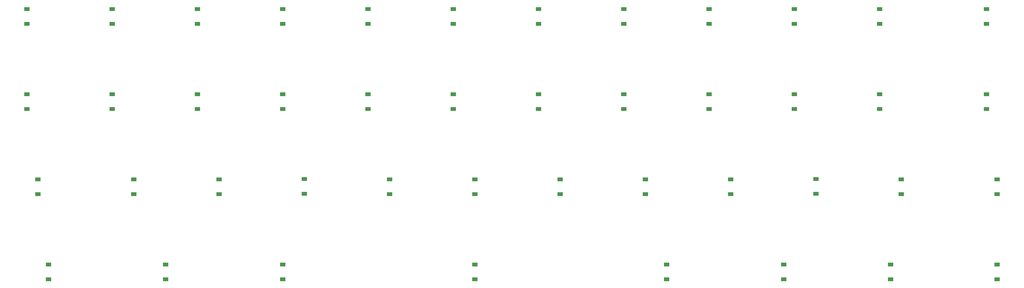
<source format=gbr>
%TF.GenerationSoftware,KiCad,Pcbnew,7.0.9*%
%TF.CreationDate,2024-02-13T22:10:24+01:00*%
%TF.ProjectId,bratski_keyboard,62726174-736b-4695-9f6b-6579626f6172,rev?*%
%TF.SameCoordinates,Original*%
%TF.FileFunction,Paste,Bot*%
%TF.FilePolarity,Positive*%
%FSLAX46Y46*%
G04 Gerber Fmt 4.6, Leading zero omitted, Abs format (unit mm)*
G04 Created by KiCad (PCBNEW 7.0.9) date 2024-02-13 22:10:24*
%MOMM*%
%LPD*%
G01*
G04 APERTURE LIST*
%ADD10R,1.200000X0.900000*%
G04 APERTURE END LIST*
D10*
%TO.C,D10*%
X214947500Y-55783750D03*
X214947500Y-52483750D03*
%TD*%
%TO.C,D16*%
X100647500Y-74833750D03*
X100647500Y-71533750D03*
%TD*%
%TO.C,D19*%
X157797500Y-74833750D03*
X157797500Y-71533750D03*
%TD*%
%TO.C,D7*%
X157797500Y-55783750D03*
X157797500Y-52483750D03*
%TD*%
%TO.C,D34*%
X219710000Y-93821250D03*
X219710000Y-90521250D03*
%TD*%
%TO.C,D1*%
X43497500Y-55783750D03*
X43497500Y-52483750D03*
%TD*%
%TO.C,D43*%
X236378750Y-112933750D03*
X236378750Y-109633750D03*
%TD*%
%TO.C,D24*%
X257810000Y-74833750D03*
X257810000Y-71533750D03*
%TD*%
%TO.C,D40*%
X143510000Y-112933750D03*
X143510000Y-109633750D03*
%TD*%
%TO.C,D31*%
X162560000Y-93883750D03*
X162560000Y-90583750D03*
%TD*%
%TO.C,D22*%
X214947500Y-74833750D03*
X214947500Y-71533750D03*
%TD*%
%TO.C,D2*%
X62547500Y-55783750D03*
X62547500Y-52483750D03*
%TD*%
%TO.C,D27*%
X86360000Y-93883750D03*
X86360000Y-90583750D03*
%TD*%
%TO.C,D3*%
X81597500Y-55783750D03*
X81597500Y-52483750D03*
%TD*%
%TO.C,D29*%
X124460000Y-93883750D03*
X124460000Y-90583750D03*
%TD*%
%TO.C,D44*%
X260191250Y-112933750D03*
X260191250Y-109633750D03*
%TD*%
%TO.C,D12*%
X257810000Y-55783750D03*
X257810000Y-52483750D03*
%TD*%
%TO.C,D14*%
X62547500Y-74833750D03*
X62547500Y-71533750D03*
%TD*%
%TO.C,D30*%
X143510000Y-93883750D03*
X143510000Y-90583750D03*
%TD*%
%TO.C,D8*%
X176847500Y-55783750D03*
X176847500Y-52483750D03*
%TD*%
%TO.C,D41*%
X186372500Y-112933750D03*
X186372500Y-109633750D03*
%TD*%
%TO.C,D37*%
X48260000Y-112933750D03*
X48260000Y-109633750D03*
%TD*%
%TO.C,D20*%
X176847500Y-74833750D03*
X176847500Y-71533750D03*
%TD*%
%TO.C,D35*%
X238760000Y-93883750D03*
X238760000Y-90583750D03*
%TD*%
%TO.C,D4*%
X100647500Y-55783750D03*
X100647500Y-52483750D03*
%TD*%
%TO.C,D15*%
X81597500Y-74833750D03*
X81597500Y-71533750D03*
%TD*%
%TO.C,D11*%
X233997500Y-55783750D03*
X233997500Y-52483750D03*
%TD*%
%TO.C,D42*%
X212566250Y-112933750D03*
X212566250Y-109633750D03*
%TD*%
%TO.C,D25*%
X45878750Y-93883750D03*
X45878750Y-90583750D03*
%TD*%
%TO.C,D28*%
X105410000Y-93821250D03*
X105410000Y-90521250D03*
%TD*%
%TO.C,D39*%
X100647500Y-112933750D03*
X100647500Y-109633750D03*
%TD*%
%TO.C,D17*%
X119697500Y-74833750D03*
X119697500Y-71533750D03*
%TD*%
%TO.C,D13*%
X43497500Y-74833750D03*
X43497500Y-71533750D03*
%TD*%
%TO.C,D9*%
X195897500Y-55783750D03*
X195897500Y-52483750D03*
%TD*%
%TO.C,D36*%
X260191250Y-93883750D03*
X260191250Y-90583750D03*
%TD*%
%TO.C,D21*%
X195897500Y-74833750D03*
X195897500Y-71533750D03*
%TD*%
%TO.C,D23*%
X233997500Y-74833750D03*
X233997500Y-71533750D03*
%TD*%
%TO.C,D32*%
X181610000Y-93883750D03*
X181610000Y-90583750D03*
%TD*%
%TO.C,D6*%
X138747500Y-55783750D03*
X138747500Y-52483750D03*
%TD*%
%TO.C,D18*%
X138747500Y-74833750D03*
X138747500Y-71533750D03*
%TD*%
%TO.C,D26*%
X67310000Y-93883750D03*
X67310000Y-90583750D03*
%TD*%
%TO.C,D38*%
X74453750Y-112933750D03*
X74453750Y-109633750D03*
%TD*%
%TO.C,D5*%
X119697500Y-55783750D03*
X119697500Y-52483750D03*
%TD*%
%TO.C,D33*%
X200660000Y-93883750D03*
X200660000Y-90583750D03*
%TD*%
M02*

</source>
